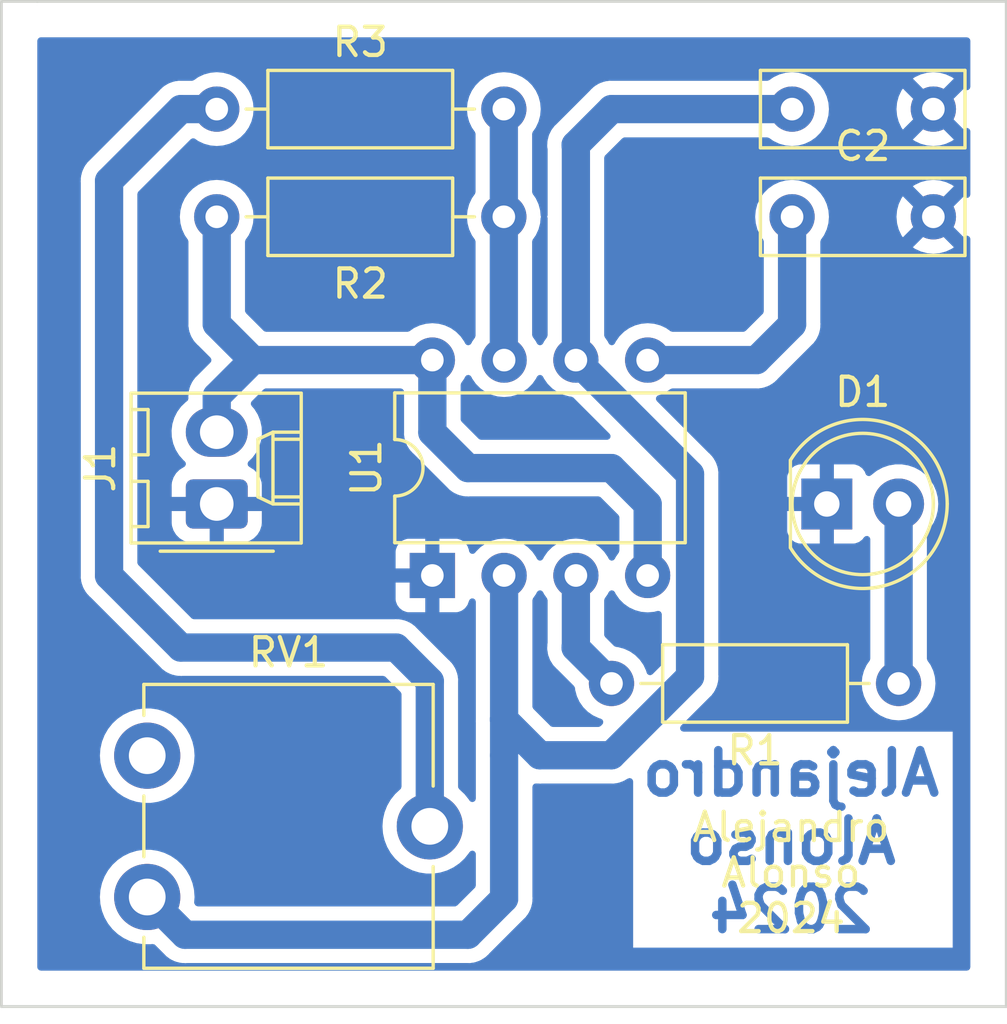
<source format=kicad_pcb>
(kicad_pcb (version 20221018) (generator pcbnew)
  (layers (0 "F.Cu" signal) (31 "B.Cu" signal) (34 "B.Paste" user) (35 "F.Paste" user) (36 "B.SilkS" user "B.Silkscreen") (37 "F.SilkS" user "F.Silkscreen") (38 "B.Mask" user) (39 "F.Mask" user) (44 "Edge.Cuts" user))
  (net 0 "")
  (net 1 "Net-(U1-THR)")
  (net 2 "GND")
  (net 3 "Net-(U1-CV)")
  (net 4 "Net-(D1-A)")
  (net 5 "+12V")
  (net 6 "Net-(U1-Q)")
  (net 7 "Net-(U1-DIS)")
  (net 8 "Net-(R3-Pad1)")
  (footprint "Resistor_THT:R_Axial_DIN0207_L6.3mm_D2.5mm_P10.16mm_Horizontal" (layer "F.Cu") (at 127 96.52 180)
    (fp_text reference "R1" (at 5.08 -2.37) (layer "F.SilkS"))
    (fp_text value "1k")
    (fp_line (start 1.04 0) (end 1.81 0) (stroke (width 0.12)) (layer "F.SilkS"))
    (fp_line (start 1.81 -1.37) (end 1.81 1.37) (stroke (width 0.12)) (layer "F.SilkS"))
    (fp_line (start 1.81 1.37) (end 8.35 1.37) (stroke (width 0.12)) (layer "F.SilkS"))
    (fp_line (start 8.35 -1.37) (end 1.81 -1.37) (stroke (width 0.12)) (layer "F.SilkS"))
    (fp_line (start 8.35 1.37) (end 8.35 -1.37) (stroke (width 0.12)) (layer "F.SilkS"))
    (fp_line (start 9.12 0) (end 8.35 0) (stroke (width 0.12)) (layer "F.SilkS"))
    (pad "1" thru_hole circle (at 0 0 180) (size 1.6 1.6) (drill 0.8) (layers "*.Cu" "*.Mask") (net 4 "Net-(D1-A)"))
    (pad "2" thru_hole oval (at 10.16 0 180) (size 1.6 1.6) (drill 0.8) (layers "*.Cu" "*.Mask") (net 6 "Net-(U1-Q)"))
  )
  (footprint "Capacitor_THT:C_Rect_L7.0mm_W2.5mm_P5.00mm" (layer "F.Cu") (at 123.23 76.2)
    (fp_text reference "C1" hide)
    (fp_text value "10n")
    (fp_line (start -1.12 -1.37) (end -1.12 1.37) (stroke (width 0.12)) (layer "F.SilkS"))
    (fp_line (start -1.12 -1.37) (end 6.12 -1.37) (stroke (width 0.12)) (layer "F.SilkS"))
    (fp_line (start -1.12 1.37) (end 6.12 1.37) (stroke (width 0.12)) (layer "F.SilkS"))
    (fp_line (start 6.12 -1.37) (end 6.12 1.37) (stroke (width 0.12)) (layer "F.SilkS"))
    (pad "1" thru_hole circle (at 0 0) (size 1.6 1.6) (drill 0.8) (layers "*.Cu" "*.Mask") (net 1 "Net-(U1-THR)"))
    (pad "2" thru_hole circle (at 5 0) (size 1.6 1.6) (drill 0.8) (layers "*.Cu" "*.Mask") (net 2 "GND"))
  )
  (footprint "Package_DIP:DIP-8_W7.62mm" (layer "F.Cu") (at 110.5 92.7 90)
    (fp_text reference "U1" (at 3.81 -2.33 90) (layer "F.SilkS"))
    (fp_text value "LM555xN")
    (fp_line (start 1.16 -1.33) (end 1.16 8.95) (stroke (width 0.12)) (layer "F.SilkS"))
    (fp_line (start 1.16 8.95) (end 6.46 8.95) (stroke (width 0.12)) (layer "F.SilkS"))
    (fp_line (start 2.81 -1.33) (end 1.16 -1.33) (stroke (width 0.12)) (layer "F.SilkS"))
    (fp_line (start 6.46 -1.33) (end 4.81 -1.33) (stroke (width 0.12)) (layer "F.SilkS"))
    (fp_line (start 6.46 8.95) (end 6.46 -1.33) (stroke (width 0.12)) (layer "F.SilkS"))
    (fp_arc (start 4.81 -1.33) (mid 3.81 -0.33) (end 2.81 -1.33) (stroke (width 0.12)) (layer "F.SilkS"))
    (pad "1" thru_hole rect (at 0 0 90) (size 1.6 1.6) (drill 0.8) (layers "*.Cu" "*.Mask") (net 2 "GND"))
    (pad "2" thru_hole oval (at 0 2.54 90) (size 1.6 1.6) (drill 0.8) (layers "*.Cu" "*.Mask") (net 1 "Net-(U1-THR)"))
    (pad "3" thru_hole oval (at 0 5.08 90) (size 1.6 1.6) (drill 0.8) (layers "*.Cu" "*.Mask") (net 6 "Net-(U1-Q)"))
    (pad "4" thru_hole oval (at 0 7.62 90) (size 1.6 1.6) (drill 0.8) (layers "*.Cu" "*.Mask") (net 5 "+12V"))
    (pad "5" thru_hole oval (at 7.62 7.62 90) (size 1.6 1.6) (drill 0.8) (layers "*.Cu" "*.Mask") (net 3 "Net-(U1-CV)"))
    (pad "6" thru_hole oval (at 7.62 5.08 90) (size 1.6 1.6) (drill 0.8) (layers "*.Cu" "*.Mask") (net 1 "Net-(U1-THR)"))
    (pad "7" thru_hole oval (at 7.62 2.54 90) (size 1.6 1.6) (drill 0.8) (layers "*.Cu" "*.Mask") (net 7 "Net-(U1-DIS)"))
    (pad "8" thru_hole oval (at 7.62 0 90) (size 1.6 1.6) (drill 0.8) (layers "*.Cu" "*.Mask") (net 5 "+12V"))
  )
  (footprint "Resistor_THT:R_Axial_DIN0207_L6.3mm_D2.5mm_P10.16mm_Horizontal" (layer "F.Cu") (at 102.87 76.2)
    (fp_text reference "R3" (at 5.08 -2.37) (layer "F.SilkS"))
    (fp_text value "10k")
    (fp_line (start 1.04 0) (end 1.81 0) (stroke (width 0.12)) (layer "F.SilkS"))
    (fp_line (start 1.81 -1.37) (end 1.81 1.37) (stroke (width 0.12)) (layer "F.SilkS"))
    (fp_line (start 1.81 1.37) (end 8.35 1.37) (stroke (width 0.12)) (layer "F.SilkS"))
    (fp_line (start 8.35 -1.37) (end 1.81 -1.37) (stroke (width 0.12)) (layer "F.SilkS"))
    (fp_line (start 8.35 1.37) (end 8.35 -1.37) (stroke (width 0.12)) (layer "F.SilkS"))
    (fp_line (start 9.12 0) (end 8.35 0) (stroke (width 0.12)) (layer "F.SilkS"))
    (pad "1" thru_hole circle (at 0 0) (size 1.6 1.6) (drill 0.8) (layers "*.Cu" "*.Mask") (net 8 "Net-(R3-Pad1)"))
    (pad "2" thru_hole oval (at 10.16 0) (size 1.6 1.6) (drill 0.8) (layers "*.Cu" "*.Mask") (net 7 "Net-(U1-DIS)"))
  )
  (footprint "Resistor_THT:R_Axial_DIN0207_L6.3mm_D2.5mm_P10.16mm_Horizontal" (layer "F.Cu") (at 113.03 80.01 180)
    (fp_text reference "R2" (at 5.08 -2.37) (layer "F.SilkS"))
    (fp_text value "1k")
    (fp_line (start 1.04 0) (end 1.81 0) (stroke (width 0.12)) (layer "F.SilkS"))
    (fp_line (start 1.81 -1.37) (end 1.81 1.37) (stroke (width 0.12)) (layer "F.SilkS"))
    (fp_line (start 1.81 1.37) (end 8.35 1.37) (stroke (width 0.12)) (layer "F.SilkS"))
    (fp_line (start 8.35 -1.37) (end 1.81 -1.37) (stroke (width 0.12)) (layer "F.SilkS"))
    (fp_line (start 8.35 1.37) (end 8.35 -1.37) (stroke (width 0.12)) (layer "F.SilkS"))
    (fp_line (start 9.12 0) (end 8.35 0) (stroke (width 0.12)) (layer "F.SilkS"))
    (pad "1" thru_hole circle (at 0 0 180) (size 1.6 1.6) (drill 0.8) (layers "*.Cu" "*.Mask") (net 7 "Net-(U1-DIS)"))
    (pad "2" thru_hole oval (at 10.16 0 180) (size 1.6 1.6) (drill 0.8) (layers "*.Cu" "*.Mask") (net 5 "+12V"))
  )
  (footprint "Capacitor_THT:C_Rect_L7.0mm_W2.5mm_P5.00mm" (layer "F.Cu") (at 123.23 80.01)
    (fp_text reference "C2" (at 2.5 -2.5) (layer "F.SilkS"))
    (fp_text value "10n")
    (fp_line (start -1.12 -1.37) (end -1.12 1.37) (stroke (width 0.12)) (layer "F.SilkS"))
    (fp_line (start -1.12 -1.37) (end 6.12 -1.37) (stroke (width 0.12)) (layer "F.SilkS"))
    (fp_line (start -1.12 1.37) (end 6.12 1.37) (stroke (width 0.12)) (layer "F.SilkS"))
    (fp_line (start 6.12 -1.37) (end 6.12 1.37) (stroke (width 0.12)) (layer "F.SilkS"))
    (pad "1" thru_hole circle (at 0 0) (size 1.6 1.6) (drill 0.8) (layers "*.Cu" "*.Mask") (net 3 "Net-(U1-CV)"))
    (pad "2" thru_hole circle (at 5 0) (size 1.6 1.6) (drill 0.8) (layers "*.Cu" "*.Mask") (net 2 "GND"))
  )
  (footprint "Connector_Molex:Molex_KK-254_AE-6410-02A_1x02_P2.54mm_Vertical" (layer "F.Cu") (at 102.87 90.17 90)
    (fp_text reference "J1" (at 1.27 -4.12 90) (layer "F.SilkS"))
    (fp_text value "Conn_01x02")
    (fp_line (start -1.67 -2) (end -1.67 2) (stroke (width 0.12)) (layer "F.SilkS"))
    (fp_line (start -1.38 -3.03) (end -1.38 2.99) (stroke (width 0.12)) (layer "F.SilkS"))
    (fp_line (start -1.38 2.99) (end 3.92 2.99) (stroke (width 0.12)) (layer "F.SilkS"))
    (fp_line (start -0.8 -3.03) (end -0.8 -2.43) (stroke (width 0.12)) (layer "F.SilkS"))
    (fp_line (start -0.8 -2.43) (end 0.8 -2.43) (stroke (width 0.12)) (layer "F.SilkS"))
    (fp_line (start 0 1.99) (end 0.25 1.46) (stroke (width 0.12)) (layer "F.SilkS"))
    (fp_line (start 0 1.99) (end 2.54 1.99) (stroke (width 0.12)) (layer "F.SilkS"))
    (fp_line (start 0 2.99) (end 0 1.99) (stroke (width 0.12)) (layer "F.SilkS"))
    (fp_line (start 0.25 1.46) (end 2.29 1.46) (stroke (width 0.12)) (layer "F.SilkS"))
    (fp_line (start 0.25 2.99) (end 0.25 1.99) (stroke (width 0.12)) (layer "F.SilkS"))
    (fp_line (start 0.8 -2.43) (end 0.8 -3.03) (stroke (width 0.12)) (layer "F.SilkS"))
    (fp_line (start 1.74 -3.03) (end 1.74 -2.43) (stroke (width 0.12)) (layer "F.SilkS"))
    (fp_line (start 1.74 -2.43) (end 3.34 -2.43) (stroke (width 0.12)) (layer "F.SilkS"))
    (fp_line (start 2.29 1.46) (end 2.54 1.99) (stroke (width 0.12)) (layer "F.SilkS"))
    (fp_line (start 2.29 2.99) (end 2.29 1.99) (stroke (width 0.12)) (layer "F.SilkS"))
    (fp_line (start 2.54 1.99) (end 2.54 2.99) (stroke (width 0.12)) (layer "F.SilkS"))
    (fp_line (start 3.34 -2.43) (end 3.34 -3.03) (stroke (width 0.12)) (layer "F.SilkS"))
    (fp_line (start 3.92 -3.03) (end -1.38 -3.03) (stroke (width 0.12)) (layer "F.SilkS"))
    (fp_line (start 3.92 2.99) (end 3.92 -3.03) (stroke (width 0.12)) (layer "F.SilkS"))
    (pad "1" thru_hole roundrect (at 0 0 90) (size 1.74 2.19) (drill 1.19) (layers "*.Cu" "*.Mask") (roundrect_rratio 0.143678) (net 2 "GND"))
    (pad "2" thru_hole oval (at 2.54 0 90) (size 1.74 2.19) (drill 1.19) (layers "*.Cu" "*.Mask") (net 5 "+12V"))
  )
  (footprint "Potentiometer_THT:Potentiometer_ACP_CA9-V10_Vertical" (layer "F.Cu") (at 100.41 104.075)
    (fp_text reference "RV1" (at 5 -8.65) (layer "F.SilkS"))
    (fp_text value "10k")
    (fp_line (start -0.12 -7.521) (end -0.12 -6.426) (stroke (width 0.12)) (layer "F.SilkS"))
    (fp_line (start -0.12 -7.521) (end 10.12 -7.521) (stroke (width 0.12)) (layer "F.SilkS"))
    (fp_line (start -0.12 -3.574) (end -0.12 -1.425) (stroke (width 0.12)) (layer "F.SilkS"))
    (fp_line (start -0.12 1.425) (end -0.12 2.52) (stroke (width 0.12)) (layer "F.SilkS"))
    (fp_line (start -0.12 2.52) (end 10.12 2.52) (stroke (width 0.12)) (layer "F.SilkS"))
    (fp_line (start 10.12 -7.521) (end 10.12 -3.925) (stroke (width 0.12)) (layer "F.SilkS"))
    (fp_line (start 10.12 -1.075) (end 10.12 2.52) (stroke (width 0.12)) (layer "F.SilkS"))
    (pad "1" thru_hole circle (at 0 0) (size 2.34 2.34) (drill 1.3) (layers "*.Cu" "*.Mask") (net 1 "Net-(U1-THR)"))
    (pad "2" thru_hole circle (at 10 -2.5) (size 2.34 2.34) (drill 1.3) (layers "*.Cu" "*.Mask") (net 8 "Net-(R3-Pad1)"))
    (pad "3" thru_hole circle (at 0 -5) (size 2.34 2.34) (drill 1.3) (layers "*.Cu" "*.Mask"))
  )
  (footprint "LED_THT:LED_D5.0mm" (layer "F.Cu") (at 124.46 90.17)
    (fp_text reference "D1" (at 1.27 -3.96) (layer "F.SilkS"))
    (fp_text value "LED")
    (fp_line (start -1.29 -1.545) (end -1.29 1.545) (stroke (width 0.12)) (layer "F.SilkS"))
    (fp_arc (start -1.29 -1.54483) (mid 2.072002 -2.880433) (end 4.26 0.000462) (stroke (width 0.12)) (layer "F.SilkS"))
    (fp_arc (start 4.26 -0.000462) (mid 2.072002 2.880433) (end -1.29 1.54483) (stroke (width 0.12)) (layer "F.SilkS"))
    (fp_circle (center 1.27 0) (end 3.77 0) (stroke (width 0.12)) (fill none) (layer "F.SilkS"))
    (pad "1" thru_hole rect (at 0 0) (size 1.8 1.8) (drill 0.9) (layers "*.Cu" "*.Mask") (net 2 "GND"))
    (pad "2" thru_hole circle (at 2.54 0) (size 1.8 1.8) (drill 0.9) (layers "*.Cu" "*.Mask") (net 4 "Net-(D1-A)"))
  )
  (gr_line (start 96.52 72.39) (end 130.81 72.39) (stroke (width 0.1)) (layer "Edge.Cuts"))
  (gr_line (start 95.25 72.39) (end 96.52 72.39) (stroke (width 0.1)) (layer "Edge.Cuts"))
  (gr_line (start 130.81 72.39) (end 130.81 107.95) (stroke (width 0.1)) (layer "Edge.Cuts"))
  (gr_line (start 95.25 107.95) (end 95.25 72.39) (stroke (width 0.1)) (layer "Edge.Cuts"))
  (gr_line (start 130.81 107.95) (end 95.25 107.95) (stroke (width 0.1)) (layer "Edge.Cuts"))
  (gr_text "Alejandro\nAlonso\n2024" (at 123.19 105.41) (layer "B.Cu") (effects (font (size 1.5 1.5) (thickness 0.3) bold) (justify bottom mirror)))
  (gr_text "Alejandro\nAlonso\n2024" (at 123.19 105.41) (layer "F.SilkS") (effects (font (size 1 1)) (justify bottom)))
  (segment (start 115.58 77.48) (end 115.58 85.08) (width 1) (layer "B.Cu") (net 1))
  (segment (start 123.23 76.2) (end 116.84 76.2) (width 1) (layer "B.Cu") (net 1))
  (segment (start 113.04 97.8) (end 113.04 97.79) (width 1) (layer "B.Cu") (net 1))
  (segment (start 113.04 92.7) (end 113.04 97.79) (width 1) (layer "B.Cu") (net 1))
  (segment (start 100.41 104.075) (end 100.345 104.14) (width 1) (layer "B.Cu") (net 1))
  (segment (start 101.745 105.41) (end 100.41 104.075) (width 1) (layer "B.Cu") (net 1))
  (segment (start 115.58 85.08) (end 119.62 89.12) (width 1) (layer "B.Cu") (net 1))
  (segment (start 113.04 97.79) (end 113.04 99.06) (width 1) (layer "B.Cu") (net 1))
  (segment (start 116.84 76.2) (end 115.57 77.47) (width 1) (layer "B.Cu") (net 1))
  (segment (start 119.62 96.28) (end 116.84 99.06) (width 1) (layer "B.Cu") (net 1))
  (segment (start 115.57 77.47) (end 115.58 77.48) (width 1) (layer "B.Cu") (net 1))
  (segment (start 114.3 99.06) (end 113.04 97.8) (width 1) (layer "B.Cu") (net 1))
  (segment (start 113.04 104.13) (end 111.76 105.41) (width 1) (layer "B.Cu") (net 1))
  (segment (start 111.76 105.41) (end 101.745 105.41) (width 1) (layer "B.Cu") (net 1))
  (segment (start 116.84 99.06) (end 114.3 99.06) (width 1) (layer "B.Cu") (net 1))
  (segment (start 100.345 104.14) (end 100.33 104.14) (width 1) (layer "B.Cu") (net 1))
  (segment (start 113.04 99.06) (end 113.04 104.13) (width 1) (layer "B.Cu") (net 1))
  (segment (start 119.62 89.12) (end 119.62 96.28) (width 1) (layer "B.Cu") (net 1))
  (segment (start 110.49 92.69) (end 110.5 92.7) (width 1) (layer "B.Cu") (net 2))
  (segment (start 121.97 85.08) (end 118.12 85.08) (width 1) (layer "B.Cu") (net 3))
  (segment (start 123.23 80.01) (end 123.23 83.82) (width 1) (layer "B.Cu") (net 3))
  (segment (start 123.23 83.82) (end 121.97 85.08) (width 1) (layer "B.Cu") (net 3))
  (segment (start 127 96.52) (end 127 90.17) (width 1) (layer "B.Cu") (net 4))
  (segment (start 110.5 87.64) (end 111.76 88.9) (width 1) (layer "B.Cu") (net 5))
  (segment (start 102.87 80.01) (end 102.87 83.8) (width 1) (layer "B.Cu") (net 5))
  (segment (start 102.87 83.8) (end 104.15 85.08) (width 1) (layer "B.Cu") (net 5))
  (segment (start 104.15 85.08) (end 110.5 85.08) (width 1) (layer "B.Cu") (net 5))
  (segment (start 110.5 85.08) (end 110.5 87.64) (width 1) (layer "B.Cu") (net 5))
  (segment (start 111.76 88.9) (end 116.84 88.9) (width 1) (layer "B.Cu") (net 5))
  (segment (start 102.87 87.63) (end 102.87 86.36) (width 1) (layer "B.Cu") (net 5))
  (segment (start 118.12 90.18) (end 118.12 92.7) (width 1) (layer "B.Cu") (net 5))
  (segment (start 102.87 86.36) (end 104.15 85.08) (width 1) (layer "B.Cu") (net 5))
  (segment (start 116.84 88.9) (end 118.12 90.18) (width 1) (layer "B.Cu") (net 5))
  (segment (start 116.84 96.52) (end 115.57 95.25) (width 1) (layer "B.Cu") (net 6))
  (segment (start 115.58 95.24) (end 115.58 92.7) (width 1) (layer "B.Cu") (net 6))
  (segment (start 115.57 95.25) (end 115.58 95.24) (width 1) (layer "B.Cu") (net 6))
  (segment (start 113.03 76.2) (end 113.03 80.01) (width 1) (layer "B.Cu") (net 7))
  (segment (start 113.03 85.07) (end 113.04 85.08) (width 1) (layer "B.Cu") (net 7))
  (segment (start 113.03 80.01) (end 113.03 85.07) (width 1) (layer "B.Cu") (net 7))
  (segment (start 101.6 76.2) (end 99.06 78.74) (width 1) (layer "B.Cu") (net 8))
  (segment (start 99.06 78.74) (end 99.06 92.71) (width 1) (layer "B.Cu") (net 8))
  (segment (start 102.87 76.2) (end 101.6 76.2) (width 1) (layer "B.Cu") (net 8))
  (segment (start 101.6 95.25) (end 109.22 95.25) (width 1) (layer "B.Cu") (net 8))
  (segment (start 109.22 95.25) (end 110.41 96.44) (width 1) (layer "B.Cu") (net 8))
  (segment (start 110.41 96.44) (end 110.41 101.575) (width 1) (layer "B.Cu") (net 8))
  (segment (start 99.06 92.71) (end 101.6 95.25) (width 1) (layer "B.Cu") (net 8))
  (zone (net 2) (net_name "GND") (layer "B.Cu") (connect_pads (clearance 0.5)) (min_thickness 0.25) (fill yes (thermal_gap 0.5) (thermal_bridge_width 0.5) (island_removal_mode 1) (island_area_min 10))
    (polygon (pts (xy 96.52 73.66) (xy 96.52 106.68) (xy 129.54 106.68) (xy 129.54 73.66)))
  )
)
</source>
